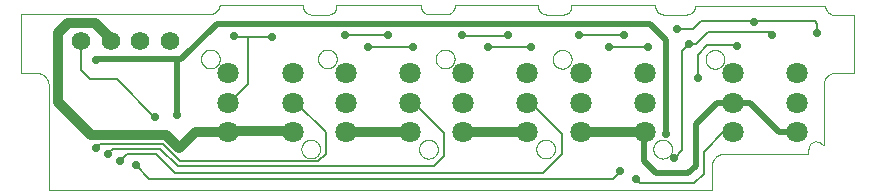
<source format=gbl>
G75*
%MOIN*%
%OFA0B0*%
%FSLAX25Y25*%
%IPPOS*%
%LPD*%
%AMOC8*
5,1,8,0,0,1.08239X$1,22.5*
%
%ADD10C,0.00394*%
%ADD11C,0.00000*%
%ADD12C,0.06142*%
%ADD13C,0.07087*%
%ADD14C,0.02781*%
%ADD15C,0.03200*%
%ADD16C,0.02000*%
%ADD17C,0.00800*%
D10*
X0010387Y0007469D02*
X0010387Y0042237D01*
X0010385Y0042365D01*
X0010379Y0042494D01*
X0010370Y0042622D01*
X0010356Y0042749D01*
X0010339Y0042877D01*
X0010317Y0043003D01*
X0010292Y0043129D01*
X0010263Y0043254D01*
X0010231Y0043379D01*
X0010195Y0043502D01*
X0010154Y0043624D01*
X0010111Y0043744D01*
X0010063Y0043864D01*
X0010012Y0043982D01*
X0009958Y0044098D01*
X0009900Y0044213D01*
X0009839Y0044325D01*
X0009774Y0044436D01*
X0009706Y0044545D01*
X0009635Y0044652D01*
X0009560Y0044756D01*
X0009482Y0044859D01*
X0009402Y0044959D01*
X0009318Y0045056D01*
X0009231Y0045151D01*
X0009142Y0045243D01*
X0009050Y0045332D01*
X0008955Y0045419D01*
X0008858Y0045503D01*
X0008758Y0045583D01*
X0008655Y0045661D01*
X0008551Y0045736D01*
X0008444Y0045807D01*
X0008335Y0045875D01*
X0008224Y0045940D01*
X0008112Y0046001D01*
X0007997Y0046059D01*
X0007881Y0046113D01*
X0007763Y0046164D01*
X0007643Y0046212D01*
X0007523Y0046255D01*
X0007401Y0046296D01*
X0007278Y0046332D01*
X0007153Y0046364D01*
X0007028Y0046393D01*
X0006902Y0046418D01*
X0006776Y0046440D01*
X0006648Y0046457D01*
X0006521Y0046471D01*
X0006393Y0046480D01*
X0006264Y0046486D01*
X0006136Y0046488D01*
X0001301Y0046488D01*
X0001301Y0065978D01*
X0063196Y0065978D01*
X0067377Y0068978D02*
X0095163Y0068939D01*
X0095164Y0068940D02*
X0095158Y0068835D01*
X0095157Y0068730D01*
X0095159Y0068625D01*
X0095166Y0068521D01*
X0095176Y0068416D01*
X0095190Y0068312D01*
X0095207Y0068209D01*
X0095229Y0068106D01*
X0095254Y0068004D01*
X0095282Y0067903D01*
X0095315Y0067804D01*
X0095351Y0067705D01*
X0095391Y0067608D01*
X0095434Y0067512D01*
X0095481Y0067418D01*
X0095531Y0067326D01*
X0095584Y0067236D01*
X0095641Y0067148D01*
X0095701Y0067061D01*
X0095764Y0066978D01*
X0095830Y0066896D01*
X0095899Y0066817D01*
X0095970Y0066740D01*
X0096045Y0066667D01*
X0096122Y0066595D01*
X0096202Y0066527D01*
X0096284Y0066462D01*
X0096368Y0066400D01*
X0096455Y0066341D01*
X0096544Y0066285D01*
X0096635Y0066232D01*
X0096727Y0066183D01*
X0096822Y0066137D01*
X0096918Y0066095D01*
X0097015Y0066056D01*
X0097114Y0066021D01*
X0097214Y0065989D01*
X0097315Y0065961D01*
X0097417Y0065937D01*
X0097520Y0065916D01*
X0097624Y0065900D01*
X0097728Y0065887D01*
X0097832Y0065878D01*
X0097832Y0065877D02*
X0103855Y0065877D01*
X0103855Y0065878D02*
X0103955Y0065887D01*
X0104054Y0065901D01*
X0104153Y0065918D01*
X0104251Y0065940D01*
X0104348Y0065965D01*
X0104444Y0065994D01*
X0104539Y0066027D01*
X0104632Y0066063D01*
X0104724Y0066103D01*
X0104814Y0066147D01*
X0104903Y0066194D01*
X0104989Y0066245D01*
X0105074Y0066298D01*
X0105156Y0066356D01*
X0105236Y0066416D01*
X0105314Y0066480D01*
X0105389Y0066546D01*
X0105461Y0066616D01*
X0105531Y0066688D01*
X0105598Y0066763D01*
X0105662Y0066840D01*
X0105722Y0066920D01*
X0105780Y0067002D01*
X0105834Y0067087D01*
X0105885Y0067173D01*
X0105932Y0067261D01*
X0105976Y0067352D01*
X0106016Y0067443D01*
X0106053Y0067537D01*
X0106086Y0067631D01*
X0106115Y0067727D01*
X0106141Y0067824D01*
X0106162Y0067922D01*
X0106180Y0068021D01*
X0106194Y0068120D01*
X0106204Y0068220D01*
X0106210Y0068320D01*
X0106212Y0068420D01*
X0106210Y0068521D01*
X0106204Y0068621D01*
X0106204Y0068620D02*
X0106204Y0068908D01*
X0134475Y0068908D01*
X0134470Y0068804D01*
X0134468Y0068700D01*
X0134470Y0068597D01*
X0134477Y0068493D01*
X0134487Y0068390D01*
X0134501Y0068287D01*
X0134518Y0068184D01*
X0134540Y0068083D01*
X0134565Y0067982D01*
X0134594Y0067883D01*
X0134627Y0067784D01*
X0134664Y0067687D01*
X0134704Y0067591D01*
X0134748Y0067497D01*
X0134795Y0067404D01*
X0134845Y0067314D01*
X0134899Y0067225D01*
X0134956Y0067138D01*
X0135017Y0067054D01*
X0135080Y0066972D01*
X0135147Y0066892D01*
X0135216Y0066815D01*
X0135289Y0066741D01*
X0135364Y0066669D01*
X0135441Y0066600D01*
X0135522Y0066534D01*
X0135604Y0066471D01*
X0135689Y0066411D01*
X0135776Y0066355D01*
X0135865Y0066302D01*
X0135956Y0066252D01*
X0136049Y0066205D01*
X0136144Y0066162D01*
X0136240Y0066123D01*
X0136337Y0066087D01*
X0136436Y0066055D01*
X0136536Y0066027D01*
X0136637Y0066002D01*
X0136738Y0065981D01*
X0136841Y0065964D01*
X0136944Y0065951D01*
X0137047Y0065942D01*
X0137047Y0065941D02*
X0142911Y0065941D01*
X0143018Y0065946D01*
X0143125Y0065955D01*
X0143232Y0065968D01*
X0143339Y0065985D01*
X0143444Y0066006D01*
X0143549Y0066030D01*
X0143653Y0066058D01*
X0143756Y0066090D01*
X0143857Y0066126D01*
X0143957Y0066166D01*
X0144056Y0066209D01*
X0144153Y0066256D01*
X0144248Y0066306D01*
X0144341Y0066360D01*
X0144433Y0066417D01*
X0144522Y0066477D01*
X0144609Y0066540D01*
X0144693Y0066607D01*
X0144775Y0066677D01*
X0144855Y0066749D01*
X0144931Y0066825D01*
X0145005Y0066903D01*
X0145076Y0066984D01*
X0145144Y0067068D01*
X0145209Y0067154D01*
X0145271Y0067242D01*
X0145329Y0067332D01*
X0145385Y0067425D01*
X0145436Y0067519D01*
X0145484Y0067615D01*
X0145529Y0067713D01*
X0145570Y0067813D01*
X0145608Y0067914D01*
X0145641Y0068016D01*
X0145671Y0068119D01*
X0145697Y0068224D01*
X0145720Y0068329D01*
X0145738Y0068435D01*
X0145753Y0068542D01*
X0145763Y0068649D01*
X0145770Y0068756D01*
X0145773Y0068864D01*
X0145772Y0068972D01*
X0145772Y0068971D02*
X0145772Y0069003D01*
X0152987Y0069003D01*
X0173476Y0069006D01*
X0173470Y0068899D01*
X0173469Y0068792D01*
X0173472Y0068685D01*
X0173478Y0068578D01*
X0173489Y0068471D01*
X0173503Y0068365D01*
X0173521Y0068260D01*
X0173543Y0068155D01*
X0173569Y0068051D01*
X0173598Y0067948D01*
X0173632Y0067846D01*
X0173669Y0067746D01*
X0173709Y0067646D01*
X0173754Y0067549D01*
X0173801Y0067453D01*
X0173853Y0067359D01*
X0173907Y0067267D01*
X0173965Y0067177D01*
X0174026Y0067089D01*
X0174091Y0067003D01*
X0174158Y0066920D01*
X0174229Y0066840D01*
X0174302Y0066762D01*
X0174378Y0066686D01*
X0174457Y0066614D01*
X0174539Y0066544D01*
X0174623Y0066478D01*
X0174709Y0066414D01*
X0174798Y0066354D01*
X0174888Y0066297D01*
X0174981Y0066244D01*
X0175076Y0066194D01*
X0175172Y0066147D01*
X0175270Y0066104D01*
X0175370Y0066064D01*
X0175471Y0066029D01*
X0175573Y0065996D01*
X0175676Y0065968D01*
X0175780Y0065943D01*
X0175885Y0065923D01*
X0175991Y0065906D01*
X0176097Y0065893D01*
X0176204Y0065884D01*
X0182026Y0065884D01*
X0182131Y0065893D01*
X0182236Y0065906D01*
X0182340Y0065924D01*
X0182443Y0065945D01*
X0182546Y0065970D01*
X0182647Y0065998D01*
X0182747Y0066031D01*
X0182847Y0066067D01*
X0182944Y0066107D01*
X0183040Y0066150D01*
X0183135Y0066197D01*
X0183227Y0066248D01*
X0183318Y0066302D01*
X0183407Y0066359D01*
X0183493Y0066420D01*
X0183577Y0066484D01*
X0183658Y0066551D01*
X0183737Y0066621D01*
X0183814Y0066693D01*
X0183887Y0066769D01*
X0183958Y0066847D01*
X0184026Y0066928D01*
X0184090Y0067012D01*
X0184152Y0067097D01*
X0184210Y0067185D01*
X0184265Y0067275D01*
X0184317Y0067367D01*
X0184365Y0067461D01*
X0184409Y0067557D01*
X0184450Y0067654D01*
X0184487Y0067753D01*
X0184521Y0067853D01*
X0184550Y0067954D01*
X0184576Y0068057D01*
X0184598Y0068160D01*
X0184616Y0068264D01*
X0184631Y0068368D01*
X0184641Y0068473D01*
X0184647Y0068579D01*
X0184650Y0068684D01*
X0184649Y0068789D01*
X0184643Y0068895D01*
X0184644Y0068895D02*
X0184644Y0068908D01*
X0212592Y0068908D01*
X0212587Y0068804D01*
X0212585Y0068701D01*
X0212587Y0068597D01*
X0212593Y0068493D01*
X0212603Y0068390D01*
X0212617Y0068287D01*
X0212634Y0068185D01*
X0212655Y0068083D01*
X0212680Y0067983D01*
X0212708Y0067883D01*
X0212741Y0067784D01*
X0212776Y0067687D01*
X0212815Y0067591D01*
X0212858Y0067496D01*
X0212904Y0067403D01*
X0212954Y0067312D01*
X0213006Y0067223D01*
X0213062Y0067135D01*
X0213121Y0067050D01*
X0213184Y0066967D01*
X0213249Y0066886D01*
X0213317Y0066808D01*
X0213388Y0066732D01*
X0213461Y0066659D01*
X0213538Y0066589D01*
X0213616Y0066521D01*
X0213698Y0066457D01*
X0213781Y0066395D01*
X0213867Y0066337D01*
X0213954Y0066281D01*
X0214044Y0066229D01*
X0214136Y0066180D01*
X0214229Y0066135D01*
X0214324Y0066093D01*
X0214420Y0066055D01*
X0214518Y0066020D01*
X0214617Y0065988D01*
X0214717Y0065961D01*
X0214818Y0065937D01*
X0214919Y0065916D01*
X0215022Y0065900D01*
X0215125Y0065887D01*
X0215228Y0065878D01*
X0215228Y0065877D02*
X0222977Y0065877D01*
X0223082Y0065879D01*
X0223188Y0065885D01*
X0223293Y0065894D01*
X0223397Y0065908D01*
X0223502Y0065925D01*
X0223605Y0065946D01*
X0223707Y0065971D01*
X0223809Y0065999D01*
X0223909Y0066032D01*
X0224009Y0066068D01*
X0224107Y0066107D01*
X0224203Y0066150D01*
X0224298Y0066197D01*
X0224390Y0066247D01*
X0224481Y0066300D01*
X0224571Y0066356D01*
X0224657Y0066416D01*
X0224742Y0066479D01*
X0224824Y0066545D01*
X0224904Y0066614D01*
X0224981Y0066686D01*
X0225056Y0066761D01*
X0225128Y0066838D01*
X0225197Y0066918D01*
X0225263Y0067000D01*
X0225326Y0067085D01*
X0225386Y0067171D01*
X0225442Y0067261D01*
X0225495Y0067352D01*
X0225545Y0067444D01*
X0225592Y0067539D01*
X0225635Y0067635D01*
X0225674Y0067733D01*
X0225710Y0067833D01*
X0225743Y0067933D01*
X0225771Y0068035D01*
X0225796Y0068137D01*
X0225817Y0068240D01*
X0225834Y0068345D01*
X0225848Y0068449D01*
X0225857Y0068554D01*
X0225863Y0068660D01*
X0225865Y0068765D01*
X0225865Y0068879D01*
X0269207Y0068879D01*
X0269208Y0068879D02*
X0269216Y0068764D01*
X0269228Y0068649D01*
X0269245Y0068534D01*
X0269265Y0068420D01*
X0269289Y0068307D01*
X0269316Y0068194D01*
X0269347Y0068083D01*
X0269382Y0067972D01*
X0269421Y0067863D01*
X0269464Y0067756D01*
X0269509Y0067649D01*
X0269559Y0067545D01*
X0269612Y0067442D01*
X0269668Y0067341D01*
X0269728Y0067241D01*
X0269791Y0067144D01*
X0269857Y0067049D01*
X0269926Y0066956D01*
X0269998Y0066866D01*
X0270074Y0066778D01*
X0270152Y0066693D01*
X0270233Y0066610D01*
X0270317Y0066530D01*
X0270403Y0066453D01*
X0270492Y0066379D01*
X0270583Y0066308D01*
X0270677Y0066240D01*
X0270773Y0066175D01*
X0270871Y0066113D01*
X0270971Y0066055D01*
X0271073Y0066000D01*
X0271177Y0065949D01*
X0271282Y0065901D01*
X0271389Y0065856D01*
X0271497Y0065815D01*
X0271607Y0065778D01*
X0271717Y0065744D01*
X0271829Y0065715D01*
X0271942Y0065688D01*
X0272056Y0065666D01*
X0272170Y0065648D01*
X0272285Y0065633D01*
X0272400Y0065622D01*
X0272516Y0065615D01*
X0272631Y0065612D01*
X0272747Y0065613D01*
X0272863Y0065618D01*
X0272862Y0065617D02*
X0278684Y0065617D01*
X0278684Y0046459D01*
X0272637Y0046459D01*
X0272516Y0046457D01*
X0272395Y0046451D01*
X0272274Y0046442D01*
X0272153Y0046429D01*
X0272033Y0046411D01*
X0271914Y0046391D01*
X0271795Y0046366D01*
X0271677Y0046338D01*
X0271560Y0046306D01*
X0271445Y0046270D01*
X0271330Y0046231D01*
X0271216Y0046188D01*
X0271104Y0046142D01*
X0270994Y0046092D01*
X0270885Y0046038D01*
X0270778Y0045982D01*
X0270673Y0045922D01*
X0270569Y0045858D01*
X0270468Y0045792D01*
X0270369Y0045722D01*
X0270272Y0045649D01*
X0270177Y0045573D01*
X0270085Y0045495D01*
X0269995Y0045413D01*
X0269908Y0045329D01*
X0269824Y0045242D01*
X0269742Y0045152D01*
X0269664Y0045060D01*
X0269588Y0044965D01*
X0269515Y0044868D01*
X0269445Y0044769D01*
X0269379Y0044668D01*
X0269315Y0044564D01*
X0269255Y0044459D01*
X0269199Y0044352D01*
X0269145Y0044243D01*
X0269095Y0044133D01*
X0269049Y0044021D01*
X0269006Y0043907D01*
X0268967Y0043792D01*
X0268931Y0043677D01*
X0268899Y0043560D01*
X0268871Y0043442D01*
X0268846Y0043323D01*
X0268826Y0043204D01*
X0268808Y0043084D01*
X0268795Y0042963D01*
X0268786Y0042842D01*
X0268780Y0042721D01*
X0268778Y0042600D01*
X0268778Y0022569D01*
X0268777Y0022569D02*
X0268775Y0022538D01*
X0268770Y0022508D01*
X0268762Y0022478D01*
X0268750Y0022450D01*
X0268735Y0022423D01*
X0268717Y0022398D01*
X0268696Y0022375D01*
X0268673Y0022354D01*
X0268648Y0022336D01*
X0268621Y0022321D01*
X0268593Y0022309D01*
X0268563Y0022301D01*
X0268533Y0022296D01*
X0268502Y0022294D01*
X0268502Y0022293D02*
X0268124Y0022671D01*
X0267597Y0023092D01*
X0267339Y0023259D01*
X0267191Y0023332D01*
X0266914Y0023462D01*
X0266582Y0023517D01*
X0266287Y0023591D01*
X0265955Y0023572D01*
X0265531Y0023498D01*
X0265180Y0023332D01*
X0264811Y0023111D01*
X0264516Y0022890D01*
X0264276Y0022687D01*
X0264055Y0022410D01*
X0263926Y0022151D01*
X0263797Y0021930D01*
X0263723Y0021653D01*
X0263668Y0021376D01*
X0263594Y0020823D01*
X0263612Y0020491D01*
X0263575Y0019993D01*
X0263575Y0019461D01*
X0235535Y0019461D01*
X0235535Y0019462D02*
X0235409Y0019460D01*
X0235283Y0019454D01*
X0235157Y0019445D01*
X0235032Y0019431D01*
X0234907Y0019414D01*
X0234783Y0019392D01*
X0234659Y0019367D01*
X0234537Y0019338D01*
X0234415Y0019306D01*
X0234294Y0019269D01*
X0234175Y0019229D01*
X0234056Y0019186D01*
X0233940Y0019138D01*
X0233824Y0019087D01*
X0233711Y0019033D01*
X0233599Y0018975D01*
X0233489Y0018914D01*
X0233380Y0018849D01*
X0233274Y0018781D01*
X0233170Y0018710D01*
X0233068Y0018635D01*
X0232969Y0018558D01*
X0232872Y0018477D01*
X0232778Y0018394D01*
X0232686Y0018307D01*
X0232597Y0018218D01*
X0232510Y0018126D01*
X0232427Y0018032D01*
X0232346Y0017935D01*
X0232269Y0017836D01*
X0232194Y0017734D01*
X0232123Y0017630D01*
X0232055Y0017524D01*
X0231990Y0017416D01*
X0231929Y0017305D01*
X0231871Y0017193D01*
X0231817Y0017080D01*
X0231766Y0016964D01*
X0231718Y0016848D01*
X0231675Y0016729D01*
X0231635Y0016610D01*
X0231598Y0016489D01*
X0231566Y0016367D01*
X0231537Y0016245D01*
X0231512Y0016121D01*
X0231490Y0015997D01*
X0231473Y0015872D01*
X0231459Y0015747D01*
X0231450Y0015621D01*
X0231444Y0015495D01*
X0231442Y0015369D01*
X0231443Y0015369D02*
X0231443Y0007469D01*
X0010387Y0007469D01*
X0063195Y0065977D02*
X0063313Y0065960D01*
X0063432Y0065946D01*
X0063550Y0065937D01*
X0063669Y0065931D01*
X0063788Y0065929D01*
X0063907Y0065931D01*
X0064026Y0065937D01*
X0064145Y0065947D01*
X0064263Y0065960D01*
X0064381Y0065978D01*
X0064498Y0065999D01*
X0064614Y0066025D01*
X0064730Y0066054D01*
X0064844Y0066086D01*
X0064958Y0066123D01*
X0065070Y0066163D01*
X0065181Y0066207D01*
X0065290Y0066254D01*
X0065397Y0066305D01*
X0065503Y0066360D01*
X0065607Y0066418D01*
X0065710Y0066479D01*
X0065810Y0066544D01*
X0065907Y0066611D01*
X0066003Y0066682D01*
X0066096Y0066756D01*
X0066187Y0066834D01*
X0066275Y0066914D01*
X0066361Y0066996D01*
X0066443Y0067082D01*
X0066523Y0067170D01*
X0066600Y0067261D01*
X0066674Y0067354D01*
X0066745Y0067450D01*
X0066813Y0067548D01*
X0066877Y0067648D01*
X0066939Y0067750D01*
X0066996Y0067855D01*
X0067051Y0067961D01*
X0067102Y0068068D01*
X0067149Y0068177D01*
X0067193Y0068288D01*
X0067233Y0068400D01*
X0067269Y0068514D01*
X0067302Y0068628D01*
X0067330Y0068744D01*
X0067356Y0068860D01*
X0067377Y0068977D01*
D11*
X0061160Y0051047D02*
X0061162Y0051159D01*
X0061168Y0051270D01*
X0061178Y0051382D01*
X0061192Y0051492D01*
X0061210Y0051603D01*
X0061232Y0051712D01*
X0061257Y0051821D01*
X0061287Y0051929D01*
X0061320Y0052035D01*
X0061357Y0052141D01*
X0061398Y0052245D01*
X0061443Y0052347D01*
X0061491Y0052448D01*
X0061543Y0052547D01*
X0061598Y0052644D01*
X0061657Y0052739D01*
X0061719Y0052832D01*
X0061784Y0052923D01*
X0061853Y0053011D01*
X0061925Y0053097D01*
X0061999Y0053180D01*
X0062077Y0053260D01*
X0062157Y0053338D01*
X0062240Y0053412D01*
X0062326Y0053484D01*
X0062414Y0053553D01*
X0062505Y0053618D01*
X0062598Y0053680D01*
X0062693Y0053739D01*
X0062790Y0053794D01*
X0062889Y0053846D01*
X0062990Y0053894D01*
X0063092Y0053939D01*
X0063196Y0053980D01*
X0063302Y0054017D01*
X0063408Y0054050D01*
X0063516Y0054080D01*
X0063625Y0054105D01*
X0063734Y0054127D01*
X0063845Y0054145D01*
X0063955Y0054159D01*
X0064067Y0054169D01*
X0064178Y0054175D01*
X0064290Y0054177D01*
X0064402Y0054175D01*
X0064513Y0054169D01*
X0064625Y0054159D01*
X0064735Y0054145D01*
X0064846Y0054127D01*
X0064955Y0054105D01*
X0065064Y0054080D01*
X0065172Y0054050D01*
X0065278Y0054017D01*
X0065384Y0053980D01*
X0065488Y0053939D01*
X0065590Y0053894D01*
X0065691Y0053846D01*
X0065790Y0053794D01*
X0065887Y0053739D01*
X0065982Y0053680D01*
X0066075Y0053618D01*
X0066166Y0053553D01*
X0066254Y0053484D01*
X0066340Y0053412D01*
X0066423Y0053338D01*
X0066503Y0053260D01*
X0066581Y0053180D01*
X0066655Y0053097D01*
X0066727Y0053011D01*
X0066796Y0052923D01*
X0066861Y0052832D01*
X0066923Y0052739D01*
X0066982Y0052644D01*
X0067037Y0052547D01*
X0067089Y0052448D01*
X0067137Y0052347D01*
X0067182Y0052245D01*
X0067223Y0052141D01*
X0067260Y0052035D01*
X0067293Y0051929D01*
X0067323Y0051821D01*
X0067348Y0051712D01*
X0067370Y0051603D01*
X0067388Y0051492D01*
X0067402Y0051382D01*
X0067412Y0051270D01*
X0067418Y0051159D01*
X0067420Y0051047D01*
X0067418Y0050935D01*
X0067412Y0050824D01*
X0067402Y0050712D01*
X0067388Y0050602D01*
X0067370Y0050491D01*
X0067348Y0050382D01*
X0067323Y0050273D01*
X0067293Y0050165D01*
X0067260Y0050059D01*
X0067223Y0049953D01*
X0067182Y0049849D01*
X0067137Y0049747D01*
X0067089Y0049646D01*
X0067037Y0049547D01*
X0066982Y0049450D01*
X0066923Y0049355D01*
X0066861Y0049262D01*
X0066796Y0049171D01*
X0066727Y0049083D01*
X0066655Y0048997D01*
X0066581Y0048914D01*
X0066503Y0048834D01*
X0066423Y0048756D01*
X0066340Y0048682D01*
X0066254Y0048610D01*
X0066166Y0048541D01*
X0066075Y0048476D01*
X0065982Y0048414D01*
X0065887Y0048355D01*
X0065790Y0048300D01*
X0065691Y0048248D01*
X0065590Y0048200D01*
X0065488Y0048155D01*
X0065384Y0048114D01*
X0065278Y0048077D01*
X0065172Y0048044D01*
X0065064Y0048014D01*
X0064955Y0047989D01*
X0064846Y0047967D01*
X0064735Y0047949D01*
X0064625Y0047935D01*
X0064513Y0047925D01*
X0064402Y0047919D01*
X0064290Y0047917D01*
X0064178Y0047919D01*
X0064067Y0047925D01*
X0063955Y0047935D01*
X0063845Y0047949D01*
X0063734Y0047967D01*
X0063625Y0047989D01*
X0063516Y0048014D01*
X0063408Y0048044D01*
X0063302Y0048077D01*
X0063196Y0048114D01*
X0063092Y0048155D01*
X0062990Y0048200D01*
X0062889Y0048248D01*
X0062790Y0048300D01*
X0062693Y0048355D01*
X0062598Y0048414D01*
X0062505Y0048476D01*
X0062414Y0048541D01*
X0062326Y0048610D01*
X0062240Y0048682D01*
X0062157Y0048756D01*
X0062077Y0048834D01*
X0061999Y0048914D01*
X0061925Y0048997D01*
X0061853Y0049083D01*
X0061784Y0049171D01*
X0061719Y0049262D01*
X0061657Y0049355D01*
X0061598Y0049450D01*
X0061543Y0049547D01*
X0061491Y0049646D01*
X0061443Y0049747D01*
X0061398Y0049849D01*
X0061357Y0049953D01*
X0061320Y0050059D01*
X0061287Y0050165D01*
X0061257Y0050273D01*
X0061232Y0050382D01*
X0061210Y0050491D01*
X0061192Y0050602D01*
X0061178Y0050712D01*
X0061168Y0050824D01*
X0061162Y0050935D01*
X0061160Y0051047D01*
X0100154Y0051073D02*
X0100156Y0051185D01*
X0100162Y0051296D01*
X0100172Y0051408D01*
X0100186Y0051518D01*
X0100204Y0051629D01*
X0100226Y0051738D01*
X0100251Y0051847D01*
X0100281Y0051955D01*
X0100314Y0052061D01*
X0100351Y0052167D01*
X0100392Y0052271D01*
X0100437Y0052373D01*
X0100485Y0052474D01*
X0100537Y0052573D01*
X0100592Y0052670D01*
X0100651Y0052765D01*
X0100713Y0052858D01*
X0100778Y0052949D01*
X0100847Y0053037D01*
X0100919Y0053123D01*
X0100993Y0053206D01*
X0101071Y0053286D01*
X0101151Y0053364D01*
X0101234Y0053438D01*
X0101320Y0053510D01*
X0101408Y0053579D01*
X0101499Y0053644D01*
X0101592Y0053706D01*
X0101687Y0053765D01*
X0101784Y0053820D01*
X0101883Y0053872D01*
X0101984Y0053920D01*
X0102086Y0053965D01*
X0102190Y0054006D01*
X0102296Y0054043D01*
X0102402Y0054076D01*
X0102510Y0054106D01*
X0102619Y0054131D01*
X0102728Y0054153D01*
X0102839Y0054171D01*
X0102949Y0054185D01*
X0103061Y0054195D01*
X0103172Y0054201D01*
X0103284Y0054203D01*
X0103396Y0054201D01*
X0103507Y0054195D01*
X0103619Y0054185D01*
X0103729Y0054171D01*
X0103840Y0054153D01*
X0103949Y0054131D01*
X0104058Y0054106D01*
X0104166Y0054076D01*
X0104272Y0054043D01*
X0104378Y0054006D01*
X0104482Y0053965D01*
X0104584Y0053920D01*
X0104685Y0053872D01*
X0104784Y0053820D01*
X0104881Y0053765D01*
X0104976Y0053706D01*
X0105069Y0053644D01*
X0105160Y0053579D01*
X0105248Y0053510D01*
X0105334Y0053438D01*
X0105417Y0053364D01*
X0105497Y0053286D01*
X0105575Y0053206D01*
X0105649Y0053123D01*
X0105721Y0053037D01*
X0105790Y0052949D01*
X0105855Y0052858D01*
X0105917Y0052765D01*
X0105976Y0052670D01*
X0106031Y0052573D01*
X0106083Y0052474D01*
X0106131Y0052373D01*
X0106176Y0052271D01*
X0106217Y0052167D01*
X0106254Y0052061D01*
X0106287Y0051955D01*
X0106317Y0051847D01*
X0106342Y0051738D01*
X0106364Y0051629D01*
X0106382Y0051518D01*
X0106396Y0051408D01*
X0106406Y0051296D01*
X0106412Y0051185D01*
X0106414Y0051073D01*
X0106412Y0050961D01*
X0106406Y0050850D01*
X0106396Y0050738D01*
X0106382Y0050628D01*
X0106364Y0050517D01*
X0106342Y0050408D01*
X0106317Y0050299D01*
X0106287Y0050191D01*
X0106254Y0050085D01*
X0106217Y0049979D01*
X0106176Y0049875D01*
X0106131Y0049773D01*
X0106083Y0049672D01*
X0106031Y0049573D01*
X0105976Y0049476D01*
X0105917Y0049381D01*
X0105855Y0049288D01*
X0105790Y0049197D01*
X0105721Y0049109D01*
X0105649Y0049023D01*
X0105575Y0048940D01*
X0105497Y0048860D01*
X0105417Y0048782D01*
X0105334Y0048708D01*
X0105248Y0048636D01*
X0105160Y0048567D01*
X0105069Y0048502D01*
X0104976Y0048440D01*
X0104881Y0048381D01*
X0104784Y0048326D01*
X0104685Y0048274D01*
X0104584Y0048226D01*
X0104482Y0048181D01*
X0104378Y0048140D01*
X0104272Y0048103D01*
X0104166Y0048070D01*
X0104058Y0048040D01*
X0103949Y0048015D01*
X0103840Y0047993D01*
X0103729Y0047975D01*
X0103619Y0047961D01*
X0103507Y0047951D01*
X0103396Y0047945D01*
X0103284Y0047943D01*
X0103172Y0047945D01*
X0103061Y0047951D01*
X0102949Y0047961D01*
X0102839Y0047975D01*
X0102728Y0047993D01*
X0102619Y0048015D01*
X0102510Y0048040D01*
X0102402Y0048070D01*
X0102296Y0048103D01*
X0102190Y0048140D01*
X0102086Y0048181D01*
X0101984Y0048226D01*
X0101883Y0048274D01*
X0101784Y0048326D01*
X0101687Y0048381D01*
X0101592Y0048440D01*
X0101499Y0048502D01*
X0101408Y0048567D01*
X0101320Y0048636D01*
X0101234Y0048708D01*
X0101151Y0048782D01*
X0101071Y0048860D01*
X0100993Y0048940D01*
X0100919Y0049023D01*
X0100847Y0049109D01*
X0100778Y0049197D01*
X0100713Y0049288D01*
X0100651Y0049381D01*
X0100592Y0049476D01*
X0100537Y0049573D01*
X0100485Y0049672D01*
X0100437Y0049773D01*
X0100392Y0049875D01*
X0100351Y0049979D01*
X0100314Y0050085D01*
X0100281Y0050191D01*
X0100251Y0050299D01*
X0100226Y0050408D01*
X0100204Y0050517D01*
X0100186Y0050628D01*
X0100172Y0050738D01*
X0100162Y0050850D01*
X0100156Y0050961D01*
X0100154Y0051073D01*
X0139408Y0051056D02*
X0139410Y0051168D01*
X0139416Y0051279D01*
X0139426Y0051391D01*
X0139440Y0051501D01*
X0139458Y0051612D01*
X0139480Y0051721D01*
X0139505Y0051830D01*
X0139535Y0051938D01*
X0139568Y0052044D01*
X0139605Y0052150D01*
X0139646Y0052254D01*
X0139691Y0052356D01*
X0139739Y0052457D01*
X0139791Y0052556D01*
X0139846Y0052653D01*
X0139905Y0052748D01*
X0139967Y0052841D01*
X0140032Y0052932D01*
X0140101Y0053020D01*
X0140173Y0053106D01*
X0140247Y0053189D01*
X0140325Y0053269D01*
X0140405Y0053347D01*
X0140488Y0053421D01*
X0140574Y0053493D01*
X0140662Y0053562D01*
X0140753Y0053627D01*
X0140846Y0053689D01*
X0140941Y0053748D01*
X0141038Y0053803D01*
X0141137Y0053855D01*
X0141238Y0053903D01*
X0141340Y0053948D01*
X0141444Y0053989D01*
X0141550Y0054026D01*
X0141656Y0054059D01*
X0141764Y0054089D01*
X0141873Y0054114D01*
X0141982Y0054136D01*
X0142093Y0054154D01*
X0142203Y0054168D01*
X0142315Y0054178D01*
X0142426Y0054184D01*
X0142538Y0054186D01*
X0142650Y0054184D01*
X0142761Y0054178D01*
X0142873Y0054168D01*
X0142983Y0054154D01*
X0143094Y0054136D01*
X0143203Y0054114D01*
X0143312Y0054089D01*
X0143420Y0054059D01*
X0143526Y0054026D01*
X0143632Y0053989D01*
X0143736Y0053948D01*
X0143838Y0053903D01*
X0143939Y0053855D01*
X0144038Y0053803D01*
X0144135Y0053748D01*
X0144230Y0053689D01*
X0144323Y0053627D01*
X0144414Y0053562D01*
X0144502Y0053493D01*
X0144588Y0053421D01*
X0144671Y0053347D01*
X0144751Y0053269D01*
X0144829Y0053189D01*
X0144903Y0053106D01*
X0144975Y0053020D01*
X0145044Y0052932D01*
X0145109Y0052841D01*
X0145171Y0052748D01*
X0145230Y0052653D01*
X0145285Y0052556D01*
X0145337Y0052457D01*
X0145385Y0052356D01*
X0145430Y0052254D01*
X0145471Y0052150D01*
X0145508Y0052044D01*
X0145541Y0051938D01*
X0145571Y0051830D01*
X0145596Y0051721D01*
X0145618Y0051612D01*
X0145636Y0051501D01*
X0145650Y0051391D01*
X0145660Y0051279D01*
X0145666Y0051168D01*
X0145668Y0051056D01*
X0145666Y0050944D01*
X0145660Y0050833D01*
X0145650Y0050721D01*
X0145636Y0050611D01*
X0145618Y0050500D01*
X0145596Y0050391D01*
X0145571Y0050282D01*
X0145541Y0050174D01*
X0145508Y0050068D01*
X0145471Y0049962D01*
X0145430Y0049858D01*
X0145385Y0049756D01*
X0145337Y0049655D01*
X0145285Y0049556D01*
X0145230Y0049459D01*
X0145171Y0049364D01*
X0145109Y0049271D01*
X0145044Y0049180D01*
X0144975Y0049092D01*
X0144903Y0049006D01*
X0144829Y0048923D01*
X0144751Y0048843D01*
X0144671Y0048765D01*
X0144588Y0048691D01*
X0144502Y0048619D01*
X0144414Y0048550D01*
X0144323Y0048485D01*
X0144230Y0048423D01*
X0144135Y0048364D01*
X0144038Y0048309D01*
X0143939Y0048257D01*
X0143838Y0048209D01*
X0143736Y0048164D01*
X0143632Y0048123D01*
X0143526Y0048086D01*
X0143420Y0048053D01*
X0143312Y0048023D01*
X0143203Y0047998D01*
X0143094Y0047976D01*
X0142983Y0047958D01*
X0142873Y0047944D01*
X0142761Y0047934D01*
X0142650Y0047928D01*
X0142538Y0047926D01*
X0142426Y0047928D01*
X0142315Y0047934D01*
X0142203Y0047944D01*
X0142093Y0047958D01*
X0141982Y0047976D01*
X0141873Y0047998D01*
X0141764Y0048023D01*
X0141656Y0048053D01*
X0141550Y0048086D01*
X0141444Y0048123D01*
X0141340Y0048164D01*
X0141238Y0048209D01*
X0141137Y0048257D01*
X0141038Y0048309D01*
X0140941Y0048364D01*
X0140846Y0048423D01*
X0140753Y0048485D01*
X0140662Y0048550D01*
X0140574Y0048619D01*
X0140488Y0048691D01*
X0140405Y0048765D01*
X0140325Y0048843D01*
X0140247Y0048923D01*
X0140173Y0049006D01*
X0140101Y0049092D01*
X0140032Y0049180D01*
X0139967Y0049271D01*
X0139905Y0049364D01*
X0139846Y0049459D01*
X0139791Y0049556D01*
X0139739Y0049655D01*
X0139691Y0049756D01*
X0139646Y0049858D01*
X0139605Y0049962D01*
X0139568Y0050068D01*
X0139535Y0050174D01*
X0139505Y0050282D01*
X0139480Y0050391D01*
X0139458Y0050500D01*
X0139440Y0050611D01*
X0139426Y0050721D01*
X0139416Y0050833D01*
X0139410Y0050944D01*
X0139408Y0051056D01*
X0178417Y0050976D02*
X0178419Y0051088D01*
X0178425Y0051199D01*
X0178435Y0051311D01*
X0178449Y0051421D01*
X0178467Y0051532D01*
X0178489Y0051641D01*
X0178514Y0051750D01*
X0178544Y0051858D01*
X0178577Y0051964D01*
X0178614Y0052070D01*
X0178655Y0052174D01*
X0178700Y0052276D01*
X0178748Y0052377D01*
X0178800Y0052476D01*
X0178855Y0052573D01*
X0178914Y0052668D01*
X0178976Y0052761D01*
X0179041Y0052852D01*
X0179110Y0052940D01*
X0179182Y0053026D01*
X0179256Y0053109D01*
X0179334Y0053189D01*
X0179414Y0053267D01*
X0179497Y0053341D01*
X0179583Y0053413D01*
X0179671Y0053482D01*
X0179762Y0053547D01*
X0179855Y0053609D01*
X0179950Y0053668D01*
X0180047Y0053723D01*
X0180146Y0053775D01*
X0180247Y0053823D01*
X0180349Y0053868D01*
X0180453Y0053909D01*
X0180559Y0053946D01*
X0180665Y0053979D01*
X0180773Y0054009D01*
X0180882Y0054034D01*
X0180991Y0054056D01*
X0181102Y0054074D01*
X0181212Y0054088D01*
X0181324Y0054098D01*
X0181435Y0054104D01*
X0181547Y0054106D01*
X0181659Y0054104D01*
X0181770Y0054098D01*
X0181882Y0054088D01*
X0181992Y0054074D01*
X0182103Y0054056D01*
X0182212Y0054034D01*
X0182321Y0054009D01*
X0182429Y0053979D01*
X0182535Y0053946D01*
X0182641Y0053909D01*
X0182745Y0053868D01*
X0182847Y0053823D01*
X0182948Y0053775D01*
X0183047Y0053723D01*
X0183144Y0053668D01*
X0183239Y0053609D01*
X0183332Y0053547D01*
X0183423Y0053482D01*
X0183511Y0053413D01*
X0183597Y0053341D01*
X0183680Y0053267D01*
X0183760Y0053189D01*
X0183838Y0053109D01*
X0183912Y0053026D01*
X0183984Y0052940D01*
X0184053Y0052852D01*
X0184118Y0052761D01*
X0184180Y0052668D01*
X0184239Y0052573D01*
X0184294Y0052476D01*
X0184346Y0052377D01*
X0184394Y0052276D01*
X0184439Y0052174D01*
X0184480Y0052070D01*
X0184517Y0051964D01*
X0184550Y0051858D01*
X0184580Y0051750D01*
X0184605Y0051641D01*
X0184627Y0051532D01*
X0184645Y0051421D01*
X0184659Y0051311D01*
X0184669Y0051199D01*
X0184675Y0051088D01*
X0184677Y0050976D01*
X0184675Y0050864D01*
X0184669Y0050753D01*
X0184659Y0050641D01*
X0184645Y0050531D01*
X0184627Y0050420D01*
X0184605Y0050311D01*
X0184580Y0050202D01*
X0184550Y0050094D01*
X0184517Y0049988D01*
X0184480Y0049882D01*
X0184439Y0049778D01*
X0184394Y0049676D01*
X0184346Y0049575D01*
X0184294Y0049476D01*
X0184239Y0049379D01*
X0184180Y0049284D01*
X0184118Y0049191D01*
X0184053Y0049100D01*
X0183984Y0049012D01*
X0183912Y0048926D01*
X0183838Y0048843D01*
X0183760Y0048763D01*
X0183680Y0048685D01*
X0183597Y0048611D01*
X0183511Y0048539D01*
X0183423Y0048470D01*
X0183332Y0048405D01*
X0183239Y0048343D01*
X0183144Y0048284D01*
X0183047Y0048229D01*
X0182948Y0048177D01*
X0182847Y0048129D01*
X0182745Y0048084D01*
X0182641Y0048043D01*
X0182535Y0048006D01*
X0182429Y0047973D01*
X0182321Y0047943D01*
X0182212Y0047918D01*
X0182103Y0047896D01*
X0181992Y0047878D01*
X0181882Y0047864D01*
X0181770Y0047854D01*
X0181659Y0047848D01*
X0181547Y0047846D01*
X0181435Y0047848D01*
X0181324Y0047854D01*
X0181212Y0047864D01*
X0181102Y0047878D01*
X0180991Y0047896D01*
X0180882Y0047918D01*
X0180773Y0047943D01*
X0180665Y0047973D01*
X0180559Y0048006D01*
X0180453Y0048043D01*
X0180349Y0048084D01*
X0180247Y0048129D01*
X0180146Y0048177D01*
X0180047Y0048229D01*
X0179950Y0048284D01*
X0179855Y0048343D01*
X0179762Y0048405D01*
X0179671Y0048470D01*
X0179583Y0048539D01*
X0179497Y0048611D01*
X0179414Y0048685D01*
X0179334Y0048763D01*
X0179256Y0048843D01*
X0179182Y0048926D01*
X0179110Y0049012D01*
X0179041Y0049100D01*
X0178976Y0049191D01*
X0178914Y0049284D01*
X0178855Y0049379D01*
X0178800Y0049476D01*
X0178748Y0049575D01*
X0178700Y0049676D01*
X0178655Y0049778D01*
X0178614Y0049882D01*
X0178577Y0049988D01*
X0178544Y0050094D01*
X0178514Y0050202D01*
X0178489Y0050311D01*
X0178467Y0050420D01*
X0178449Y0050531D01*
X0178435Y0050641D01*
X0178425Y0050753D01*
X0178419Y0050864D01*
X0178417Y0050976D01*
X0229346Y0050944D02*
X0229348Y0051056D01*
X0229354Y0051167D01*
X0229364Y0051279D01*
X0229378Y0051389D01*
X0229396Y0051500D01*
X0229418Y0051609D01*
X0229443Y0051718D01*
X0229473Y0051826D01*
X0229506Y0051932D01*
X0229543Y0052038D01*
X0229584Y0052142D01*
X0229629Y0052244D01*
X0229677Y0052345D01*
X0229729Y0052444D01*
X0229784Y0052541D01*
X0229843Y0052636D01*
X0229905Y0052729D01*
X0229970Y0052820D01*
X0230039Y0052908D01*
X0230111Y0052994D01*
X0230185Y0053077D01*
X0230263Y0053157D01*
X0230343Y0053235D01*
X0230426Y0053309D01*
X0230512Y0053381D01*
X0230600Y0053450D01*
X0230691Y0053515D01*
X0230784Y0053577D01*
X0230879Y0053636D01*
X0230976Y0053691D01*
X0231075Y0053743D01*
X0231176Y0053791D01*
X0231278Y0053836D01*
X0231382Y0053877D01*
X0231488Y0053914D01*
X0231594Y0053947D01*
X0231702Y0053977D01*
X0231811Y0054002D01*
X0231920Y0054024D01*
X0232031Y0054042D01*
X0232141Y0054056D01*
X0232253Y0054066D01*
X0232364Y0054072D01*
X0232476Y0054074D01*
X0232588Y0054072D01*
X0232699Y0054066D01*
X0232811Y0054056D01*
X0232921Y0054042D01*
X0233032Y0054024D01*
X0233141Y0054002D01*
X0233250Y0053977D01*
X0233358Y0053947D01*
X0233464Y0053914D01*
X0233570Y0053877D01*
X0233674Y0053836D01*
X0233776Y0053791D01*
X0233877Y0053743D01*
X0233976Y0053691D01*
X0234073Y0053636D01*
X0234168Y0053577D01*
X0234261Y0053515D01*
X0234352Y0053450D01*
X0234440Y0053381D01*
X0234526Y0053309D01*
X0234609Y0053235D01*
X0234689Y0053157D01*
X0234767Y0053077D01*
X0234841Y0052994D01*
X0234913Y0052908D01*
X0234982Y0052820D01*
X0235047Y0052729D01*
X0235109Y0052636D01*
X0235168Y0052541D01*
X0235223Y0052444D01*
X0235275Y0052345D01*
X0235323Y0052244D01*
X0235368Y0052142D01*
X0235409Y0052038D01*
X0235446Y0051932D01*
X0235479Y0051826D01*
X0235509Y0051718D01*
X0235534Y0051609D01*
X0235556Y0051500D01*
X0235574Y0051389D01*
X0235588Y0051279D01*
X0235598Y0051167D01*
X0235604Y0051056D01*
X0235606Y0050944D01*
X0235604Y0050832D01*
X0235598Y0050721D01*
X0235588Y0050609D01*
X0235574Y0050499D01*
X0235556Y0050388D01*
X0235534Y0050279D01*
X0235509Y0050170D01*
X0235479Y0050062D01*
X0235446Y0049956D01*
X0235409Y0049850D01*
X0235368Y0049746D01*
X0235323Y0049644D01*
X0235275Y0049543D01*
X0235223Y0049444D01*
X0235168Y0049347D01*
X0235109Y0049252D01*
X0235047Y0049159D01*
X0234982Y0049068D01*
X0234913Y0048980D01*
X0234841Y0048894D01*
X0234767Y0048811D01*
X0234689Y0048731D01*
X0234609Y0048653D01*
X0234526Y0048579D01*
X0234440Y0048507D01*
X0234352Y0048438D01*
X0234261Y0048373D01*
X0234168Y0048311D01*
X0234073Y0048252D01*
X0233976Y0048197D01*
X0233877Y0048145D01*
X0233776Y0048097D01*
X0233674Y0048052D01*
X0233570Y0048011D01*
X0233464Y0047974D01*
X0233358Y0047941D01*
X0233250Y0047911D01*
X0233141Y0047886D01*
X0233032Y0047864D01*
X0232921Y0047846D01*
X0232811Y0047832D01*
X0232699Y0047822D01*
X0232588Y0047816D01*
X0232476Y0047814D01*
X0232364Y0047816D01*
X0232253Y0047822D01*
X0232141Y0047832D01*
X0232031Y0047846D01*
X0231920Y0047864D01*
X0231811Y0047886D01*
X0231702Y0047911D01*
X0231594Y0047941D01*
X0231488Y0047974D01*
X0231382Y0048011D01*
X0231278Y0048052D01*
X0231176Y0048097D01*
X0231075Y0048145D01*
X0230976Y0048197D01*
X0230879Y0048252D01*
X0230784Y0048311D01*
X0230691Y0048373D01*
X0230600Y0048438D01*
X0230512Y0048507D01*
X0230426Y0048579D01*
X0230343Y0048653D01*
X0230263Y0048731D01*
X0230185Y0048811D01*
X0230111Y0048894D01*
X0230039Y0048980D01*
X0229970Y0049068D01*
X0229905Y0049159D01*
X0229843Y0049252D01*
X0229784Y0049347D01*
X0229729Y0049444D01*
X0229677Y0049543D01*
X0229629Y0049644D01*
X0229584Y0049746D01*
X0229543Y0049850D01*
X0229506Y0049956D01*
X0229473Y0050062D01*
X0229443Y0050170D01*
X0229418Y0050279D01*
X0229396Y0050388D01*
X0229378Y0050499D01*
X0229364Y0050609D01*
X0229354Y0050721D01*
X0229348Y0050832D01*
X0229346Y0050944D01*
X0211936Y0021001D02*
X0211938Y0021113D01*
X0211944Y0021224D01*
X0211954Y0021336D01*
X0211968Y0021446D01*
X0211986Y0021557D01*
X0212008Y0021666D01*
X0212033Y0021775D01*
X0212063Y0021883D01*
X0212096Y0021989D01*
X0212133Y0022095D01*
X0212174Y0022199D01*
X0212219Y0022301D01*
X0212267Y0022402D01*
X0212319Y0022501D01*
X0212374Y0022598D01*
X0212433Y0022693D01*
X0212495Y0022786D01*
X0212560Y0022877D01*
X0212629Y0022965D01*
X0212701Y0023051D01*
X0212775Y0023134D01*
X0212853Y0023214D01*
X0212933Y0023292D01*
X0213016Y0023366D01*
X0213102Y0023438D01*
X0213190Y0023507D01*
X0213281Y0023572D01*
X0213374Y0023634D01*
X0213469Y0023693D01*
X0213566Y0023748D01*
X0213665Y0023800D01*
X0213766Y0023848D01*
X0213868Y0023893D01*
X0213972Y0023934D01*
X0214078Y0023971D01*
X0214184Y0024004D01*
X0214292Y0024034D01*
X0214401Y0024059D01*
X0214510Y0024081D01*
X0214621Y0024099D01*
X0214731Y0024113D01*
X0214843Y0024123D01*
X0214954Y0024129D01*
X0215066Y0024131D01*
X0215178Y0024129D01*
X0215289Y0024123D01*
X0215401Y0024113D01*
X0215511Y0024099D01*
X0215622Y0024081D01*
X0215731Y0024059D01*
X0215840Y0024034D01*
X0215948Y0024004D01*
X0216054Y0023971D01*
X0216160Y0023934D01*
X0216264Y0023893D01*
X0216366Y0023848D01*
X0216467Y0023800D01*
X0216566Y0023748D01*
X0216663Y0023693D01*
X0216758Y0023634D01*
X0216851Y0023572D01*
X0216942Y0023507D01*
X0217030Y0023438D01*
X0217116Y0023366D01*
X0217199Y0023292D01*
X0217279Y0023214D01*
X0217357Y0023134D01*
X0217431Y0023051D01*
X0217503Y0022965D01*
X0217572Y0022877D01*
X0217637Y0022786D01*
X0217699Y0022693D01*
X0217758Y0022598D01*
X0217813Y0022501D01*
X0217865Y0022402D01*
X0217913Y0022301D01*
X0217958Y0022199D01*
X0217999Y0022095D01*
X0218036Y0021989D01*
X0218069Y0021883D01*
X0218099Y0021775D01*
X0218124Y0021666D01*
X0218146Y0021557D01*
X0218164Y0021446D01*
X0218178Y0021336D01*
X0218188Y0021224D01*
X0218194Y0021113D01*
X0218196Y0021001D01*
X0218194Y0020889D01*
X0218188Y0020778D01*
X0218178Y0020666D01*
X0218164Y0020556D01*
X0218146Y0020445D01*
X0218124Y0020336D01*
X0218099Y0020227D01*
X0218069Y0020119D01*
X0218036Y0020013D01*
X0217999Y0019907D01*
X0217958Y0019803D01*
X0217913Y0019701D01*
X0217865Y0019600D01*
X0217813Y0019501D01*
X0217758Y0019404D01*
X0217699Y0019309D01*
X0217637Y0019216D01*
X0217572Y0019125D01*
X0217503Y0019037D01*
X0217431Y0018951D01*
X0217357Y0018868D01*
X0217279Y0018788D01*
X0217199Y0018710D01*
X0217116Y0018636D01*
X0217030Y0018564D01*
X0216942Y0018495D01*
X0216851Y0018430D01*
X0216758Y0018368D01*
X0216663Y0018309D01*
X0216566Y0018254D01*
X0216467Y0018202D01*
X0216366Y0018154D01*
X0216264Y0018109D01*
X0216160Y0018068D01*
X0216054Y0018031D01*
X0215948Y0017998D01*
X0215840Y0017968D01*
X0215731Y0017943D01*
X0215622Y0017921D01*
X0215511Y0017903D01*
X0215401Y0017889D01*
X0215289Y0017879D01*
X0215178Y0017873D01*
X0215066Y0017871D01*
X0214954Y0017873D01*
X0214843Y0017879D01*
X0214731Y0017889D01*
X0214621Y0017903D01*
X0214510Y0017921D01*
X0214401Y0017943D01*
X0214292Y0017968D01*
X0214184Y0017998D01*
X0214078Y0018031D01*
X0213972Y0018068D01*
X0213868Y0018109D01*
X0213766Y0018154D01*
X0213665Y0018202D01*
X0213566Y0018254D01*
X0213469Y0018309D01*
X0213374Y0018368D01*
X0213281Y0018430D01*
X0213190Y0018495D01*
X0213102Y0018564D01*
X0213016Y0018636D01*
X0212933Y0018710D01*
X0212853Y0018788D01*
X0212775Y0018868D01*
X0212701Y0018951D01*
X0212629Y0019037D01*
X0212560Y0019125D01*
X0212495Y0019216D01*
X0212433Y0019309D01*
X0212374Y0019404D01*
X0212319Y0019501D01*
X0212267Y0019600D01*
X0212219Y0019701D01*
X0212174Y0019803D01*
X0212133Y0019907D01*
X0212096Y0020013D01*
X0212063Y0020119D01*
X0212033Y0020227D01*
X0212008Y0020336D01*
X0211986Y0020445D01*
X0211968Y0020556D01*
X0211954Y0020666D01*
X0211944Y0020778D01*
X0211938Y0020889D01*
X0211936Y0021001D01*
X0172919Y0021028D02*
X0172921Y0021140D01*
X0172927Y0021251D01*
X0172937Y0021363D01*
X0172951Y0021473D01*
X0172969Y0021584D01*
X0172991Y0021693D01*
X0173016Y0021802D01*
X0173046Y0021910D01*
X0173079Y0022016D01*
X0173116Y0022122D01*
X0173157Y0022226D01*
X0173202Y0022328D01*
X0173250Y0022429D01*
X0173302Y0022528D01*
X0173357Y0022625D01*
X0173416Y0022720D01*
X0173478Y0022813D01*
X0173543Y0022904D01*
X0173612Y0022992D01*
X0173684Y0023078D01*
X0173758Y0023161D01*
X0173836Y0023241D01*
X0173916Y0023319D01*
X0173999Y0023393D01*
X0174085Y0023465D01*
X0174173Y0023534D01*
X0174264Y0023599D01*
X0174357Y0023661D01*
X0174452Y0023720D01*
X0174549Y0023775D01*
X0174648Y0023827D01*
X0174749Y0023875D01*
X0174851Y0023920D01*
X0174955Y0023961D01*
X0175061Y0023998D01*
X0175167Y0024031D01*
X0175275Y0024061D01*
X0175384Y0024086D01*
X0175493Y0024108D01*
X0175604Y0024126D01*
X0175714Y0024140D01*
X0175826Y0024150D01*
X0175937Y0024156D01*
X0176049Y0024158D01*
X0176161Y0024156D01*
X0176272Y0024150D01*
X0176384Y0024140D01*
X0176494Y0024126D01*
X0176605Y0024108D01*
X0176714Y0024086D01*
X0176823Y0024061D01*
X0176931Y0024031D01*
X0177037Y0023998D01*
X0177143Y0023961D01*
X0177247Y0023920D01*
X0177349Y0023875D01*
X0177450Y0023827D01*
X0177549Y0023775D01*
X0177646Y0023720D01*
X0177741Y0023661D01*
X0177834Y0023599D01*
X0177925Y0023534D01*
X0178013Y0023465D01*
X0178099Y0023393D01*
X0178182Y0023319D01*
X0178262Y0023241D01*
X0178340Y0023161D01*
X0178414Y0023078D01*
X0178486Y0022992D01*
X0178555Y0022904D01*
X0178620Y0022813D01*
X0178682Y0022720D01*
X0178741Y0022625D01*
X0178796Y0022528D01*
X0178848Y0022429D01*
X0178896Y0022328D01*
X0178941Y0022226D01*
X0178982Y0022122D01*
X0179019Y0022016D01*
X0179052Y0021910D01*
X0179082Y0021802D01*
X0179107Y0021693D01*
X0179129Y0021584D01*
X0179147Y0021473D01*
X0179161Y0021363D01*
X0179171Y0021251D01*
X0179177Y0021140D01*
X0179179Y0021028D01*
X0179177Y0020916D01*
X0179171Y0020805D01*
X0179161Y0020693D01*
X0179147Y0020583D01*
X0179129Y0020472D01*
X0179107Y0020363D01*
X0179082Y0020254D01*
X0179052Y0020146D01*
X0179019Y0020040D01*
X0178982Y0019934D01*
X0178941Y0019830D01*
X0178896Y0019728D01*
X0178848Y0019627D01*
X0178796Y0019528D01*
X0178741Y0019431D01*
X0178682Y0019336D01*
X0178620Y0019243D01*
X0178555Y0019152D01*
X0178486Y0019064D01*
X0178414Y0018978D01*
X0178340Y0018895D01*
X0178262Y0018815D01*
X0178182Y0018737D01*
X0178099Y0018663D01*
X0178013Y0018591D01*
X0177925Y0018522D01*
X0177834Y0018457D01*
X0177741Y0018395D01*
X0177646Y0018336D01*
X0177549Y0018281D01*
X0177450Y0018229D01*
X0177349Y0018181D01*
X0177247Y0018136D01*
X0177143Y0018095D01*
X0177037Y0018058D01*
X0176931Y0018025D01*
X0176823Y0017995D01*
X0176714Y0017970D01*
X0176605Y0017948D01*
X0176494Y0017930D01*
X0176384Y0017916D01*
X0176272Y0017906D01*
X0176161Y0017900D01*
X0176049Y0017898D01*
X0175937Y0017900D01*
X0175826Y0017906D01*
X0175714Y0017916D01*
X0175604Y0017930D01*
X0175493Y0017948D01*
X0175384Y0017970D01*
X0175275Y0017995D01*
X0175167Y0018025D01*
X0175061Y0018058D01*
X0174955Y0018095D01*
X0174851Y0018136D01*
X0174749Y0018181D01*
X0174648Y0018229D01*
X0174549Y0018281D01*
X0174452Y0018336D01*
X0174357Y0018395D01*
X0174264Y0018457D01*
X0174173Y0018522D01*
X0174085Y0018591D01*
X0173999Y0018663D01*
X0173916Y0018737D01*
X0173836Y0018815D01*
X0173758Y0018895D01*
X0173684Y0018978D01*
X0173612Y0019064D01*
X0173543Y0019152D01*
X0173478Y0019243D01*
X0173416Y0019336D01*
X0173357Y0019431D01*
X0173302Y0019528D01*
X0173250Y0019627D01*
X0173202Y0019728D01*
X0173157Y0019830D01*
X0173116Y0019934D01*
X0173079Y0020040D01*
X0173046Y0020146D01*
X0173016Y0020254D01*
X0172991Y0020363D01*
X0172969Y0020472D01*
X0172951Y0020583D01*
X0172937Y0020693D01*
X0172927Y0020805D01*
X0172921Y0020916D01*
X0172919Y0021028D01*
X0133831Y0020990D02*
X0133833Y0021102D01*
X0133839Y0021213D01*
X0133849Y0021325D01*
X0133863Y0021435D01*
X0133881Y0021546D01*
X0133903Y0021655D01*
X0133928Y0021764D01*
X0133958Y0021872D01*
X0133991Y0021978D01*
X0134028Y0022084D01*
X0134069Y0022188D01*
X0134114Y0022290D01*
X0134162Y0022391D01*
X0134214Y0022490D01*
X0134269Y0022587D01*
X0134328Y0022682D01*
X0134390Y0022775D01*
X0134455Y0022866D01*
X0134524Y0022954D01*
X0134596Y0023040D01*
X0134670Y0023123D01*
X0134748Y0023203D01*
X0134828Y0023281D01*
X0134911Y0023355D01*
X0134997Y0023427D01*
X0135085Y0023496D01*
X0135176Y0023561D01*
X0135269Y0023623D01*
X0135364Y0023682D01*
X0135461Y0023737D01*
X0135560Y0023789D01*
X0135661Y0023837D01*
X0135763Y0023882D01*
X0135867Y0023923D01*
X0135973Y0023960D01*
X0136079Y0023993D01*
X0136187Y0024023D01*
X0136296Y0024048D01*
X0136405Y0024070D01*
X0136516Y0024088D01*
X0136626Y0024102D01*
X0136738Y0024112D01*
X0136849Y0024118D01*
X0136961Y0024120D01*
X0137073Y0024118D01*
X0137184Y0024112D01*
X0137296Y0024102D01*
X0137406Y0024088D01*
X0137517Y0024070D01*
X0137626Y0024048D01*
X0137735Y0024023D01*
X0137843Y0023993D01*
X0137949Y0023960D01*
X0138055Y0023923D01*
X0138159Y0023882D01*
X0138261Y0023837D01*
X0138362Y0023789D01*
X0138461Y0023737D01*
X0138558Y0023682D01*
X0138653Y0023623D01*
X0138746Y0023561D01*
X0138837Y0023496D01*
X0138925Y0023427D01*
X0139011Y0023355D01*
X0139094Y0023281D01*
X0139174Y0023203D01*
X0139252Y0023123D01*
X0139326Y0023040D01*
X0139398Y0022954D01*
X0139467Y0022866D01*
X0139532Y0022775D01*
X0139594Y0022682D01*
X0139653Y0022587D01*
X0139708Y0022490D01*
X0139760Y0022391D01*
X0139808Y0022290D01*
X0139853Y0022188D01*
X0139894Y0022084D01*
X0139931Y0021978D01*
X0139964Y0021872D01*
X0139994Y0021764D01*
X0140019Y0021655D01*
X0140041Y0021546D01*
X0140059Y0021435D01*
X0140073Y0021325D01*
X0140083Y0021213D01*
X0140089Y0021102D01*
X0140091Y0020990D01*
X0140089Y0020878D01*
X0140083Y0020767D01*
X0140073Y0020655D01*
X0140059Y0020545D01*
X0140041Y0020434D01*
X0140019Y0020325D01*
X0139994Y0020216D01*
X0139964Y0020108D01*
X0139931Y0020002D01*
X0139894Y0019896D01*
X0139853Y0019792D01*
X0139808Y0019690D01*
X0139760Y0019589D01*
X0139708Y0019490D01*
X0139653Y0019393D01*
X0139594Y0019298D01*
X0139532Y0019205D01*
X0139467Y0019114D01*
X0139398Y0019026D01*
X0139326Y0018940D01*
X0139252Y0018857D01*
X0139174Y0018777D01*
X0139094Y0018699D01*
X0139011Y0018625D01*
X0138925Y0018553D01*
X0138837Y0018484D01*
X0138746Y0018419D01*
X0138653Y0018357D01*
X0138558Y0018298D01*
X0138461Y0018243D01*
X0138362Y0018191D01*
X0138261Y0018143D01*
X0138159Y0018098D01*
X0138055Y0018057D01*
X0137949Y0018020D01*
X0137843Y0017987D01*
X0137735Y0017957D01*
X0137626Y0017932D01*
X0137517Y0017910D01*
X0137406Y0017892D01*
X0137296Y0017878D01*
X0137184Y0017868D01*
X0137073Y0017862D01*
X0136961Y0017860D01*
X0136849Y0017862D01*
X0136738Y0017868D01*
X0136626Y0017878D01*
X0136516Y0017892D01*
X0136405Y0017910D01*
X0136296Y0017932D01*
X0136187Y0017957D01*
X0136079Y0017987D01*
X0135973Y0018020D01*
X0135867Y0018057D01*
X0135763Y0018098D01*
X0135661Y0018143D01*
X0135560Y0018191D01*
X0135461Y0018243D01*
X0135364Y0018298D01*
X0135269Y0018357D01*
X0135176Y0018419D01*
X0135085Y0018484D01*
X0134997Y0018553D01*
X0134911Y0018625D01*
X0134828Y0018699D01*
X0134748Y0018777D01*
X0134670Y0018857D01*
X0134596Y0018940D01*
X0134524Y0019026D01*
X0134455Y0019114D01*
X0134390Y0019205D01*
X0134328Y0019298D01*
X0134269Y0019393D01*
X0134214Y0019490D01*
X0134162Y0019589D01*
X0134114Y0019690D01*
X0134069Y0019792D01*
X0134028Y0019896D01*
X0133991Y0020002D01*
X0133958Y0020108D01*
X0133928Y0020216D01*
X0133903Y0020325D01*
X0133881Y0020434D01*
X0133863Y0020545D01*
X0133849Y0020655D01*
X0133839Y0020767D01*
X0133833Y0020878D01*
X0133831Y0020990D01*
X0094615Y0021019D02*
X0094617Y0021131D01*
X0094623Y0021242D01*
X0094633Y0021354D01*
X0094647Y0021464D01*
X0094665Y0021575D01*
X0094687Y0021684D01*
X0094712Y0021793D01*
X0094742Y0021901D01*
X0094775Y0022007D01*
X0094812Y0022113D01*
X0094853Y0022217D01*
X0094898Y0022319D01*
X0094946Y0022420D01*
X0094998Y0022519D01*
X0095053Y0022616D01*
X0095112Y0022711D01*
X0095174Y0022804D01*
X0095239Y0022895D01*
X0095308Y0022983D01*
X0095380Y0023069D01*
X0095454Y0023152D01*
X0095532Y0023232D01*
X0095612Y0023310D01*
X0095695Y0023384D01*
X0095781Y0023456D01*
X0095869Y0023525D01*
X0095960Y0023590D01*
X0096053Y0023652D01*
X0096148Y0023711D01*
X0096245Y0023766D01*
X0096344Y0023818D01*
X0096445Y0023866D01*
X0096547Y0023911D01*
X0096651Y0023952D01*
X0096757Y0023989D01*
X0096863Y0024022D01*
X0096971Y0024052D01*
X0097080Y0024077D01*
X0097189Y0024099D01*
X0097300Y0024117D01*
X0097410Y0024131D01*
X0097522Y0024141D01*
X0097633Y0024147D01*
X0097745Y0024149D01*
X0097857Y0024147D01*
X0097968Y0024141D01*
X0098080Y0024131D01*
X0098190Y0024117D01*
X0098301Y0024099D01*
X0098410Y0024077D01*
X0098519Y0024052D01*
X0098627Y0024022D01*
X0098733Y0023989D01*
X0098839Y0023952D01*
X0098943Y0023911D01*
X0099045Y0023866D01*
X0099146Y0023818D01*
X0099245Y0023766D01*
X0099342Y0023711D01*
X0099437Y0023652D01*
X0099530Y0023590D01*
X0099621Y0023525D01*
X0099709Y0023456D01*
X0099795Y0023384D01*
X0099878Y0023310D01*
X0099958Y0023232D01*
X0100036Y0023152D01*
X0100110Y0023069D01*
X0100182Y0022983D01*
X0100251Y0022895D01*
X0100316Y0022804D01*
X0100378Y0022711D01*
X0100437Y0022616D01*
X0100492Y0022519D01*
X0100544Y0022420D01*
X0100592Y0022319D01*
X0100637Y0022217D01*
X0100678Y0022113D01*
X0100715Y0022007D01*
X0100748Y0021901D01*
X0100778Y0021793D01*
X0100803Y0021684D01*
X0100825Y0021575D01*
X0100843Y0021464D01*
X0100857Y0021354D01*
X0100867Y0021242D01*
X0100873Y0021131D01*
X0100875Y0021019D01*
X0100873Y0020907D01*
X0100867Y0020796D01*
X0100857Y0020684D01*
X0100843Y0020574D01*
X0100825Y0020463D01*
X0100803Y0020354D01*
X0100778Y0020245D01*
X0100748Y0020137D01*
X0100715Y0020031D01*
X0100678Y0019925D01*
X0100637Y0019821D01*
X0100592Y0019719D01*
X0100544Y0019618D01*
X0100492Y0019519D01*
X0100437Y0019422D01*
X0100378Y0019327D01*
X0100316Y0019234D01*
X0100251Y0019143D01*
X0100182Y0019055D01*
X0100110Y0018969D01*
X0100036Y0018886D01*
X0099958Y0018806D01*
X0099878Y0018728D01*
X0099795Y0018654D01*
X0099709Y0018582D01*
X0099621Y0018513D01*
X0099530Y0018448D01*
X0099437Y0018386D01*
X0099342Y0018327D01*
X0099245Y0018272D01*
X0099146Y0018220D01*
X0099045Y0018172D01*
X0098943Y0018127D01*
X0098839Y0018086D01*
X0098733Y0018049D01*
X0098627Y0018016D01*
X0098519Y0017986D01*
X0098410Y0017961D01*
X0098301Y0017939D01*
X0098190Y0017921D01*
X0098080Y0017907D01*
X0097968Y0017897D01*
X0097857Y0017891D01*
X0097745Y0017889D01*
X0097633Y0017891D01*
X0097522Y0017897D01*
X0097410Y0017907D01*
X0097300Y0017921D01*
X0097189Y0017939D01*
X0097080Y0017961D01*
X0096971Y0017986D01*
X0096863Y0018016D01*
X0096757Y0018049D01*
X0096651Y0018086D01*
X0096547Y0018127D01*
X0096445Y0018172D01*
X0096344Y0018220D01*
X0096245Y0018272D01*
X0096148Y0018327D01*
X0096053Y0018386D01*
X0095960Y0018448D01*
X0095869Y0018513D01*
X0095781Y0018582D01*
X0095695Y0018654D01*
X0095612Y0018728D01*
X0095532Y0018806D01*
X0095454Y0018886D01*
X0095380Y0018969D01*
X0095308Y0019055D01*
X0095239Y0019143D01*
X0095174Y0019234D01*
X0095112Y0019327D01*
X0095053Y0019422D01*
X0094998Y0019519D01*
X0094946Y0019618D01*
X0094898Y0019719D01*
X0094853Y0019821D01*
X0094812Y0019925D01*
X0094775Y0020031D01*
X0094742Y0020137D01*
X0094712Y0020245D01*
X0094687Y0020354D01*
X0094665Y0020463D01*
X0094647Y0020574D01*
X0094633Y0020684D01*
X0094623Y0020796D01*
X0094617Y0020907D01*
X0094615Y0021019D01*
D12*
X0050842Y0056950D03*
X0040772Y0056950D03*
X0031234Y0056950D03*
X0021165Y0056950D03*
D13*
X0070273Y0046302D03*
X0091662Y0046302D03*
X0109451Y0046329D03*
X0130839Y0046329D03*
X0148557Y0046306D03*
X0169946Y0046306D03*
X0187734Y0046333D03*
X0209123Y0046333D03*
X0238522Y0046333D03*
X0259911Y0046333D03*
X0259913Y0036541D03*
X0238522Y0036541D03*
X0209126Y0036541D03*
X0187734Y0036541D03*
X0169948Y0036514D03*
X0148557Y0036514D03*
X0130842Y0036537D03*
X0109451Y0036537D03*
X0091665Y0036510D03*
X0070273Y0036510D03*
X0070273Y0026782D03*
X0091684Y0026782D03*
X0109451Y0026809D03*
X0130862Y0026809D03*
X0148557Y0026786D03*
X0169968Y0026786D03*
X0187734Y0026813D03*
X0209145Y0026813D03*
X0238522Y0026813D03*
X0259933Y0026813D03*
D14*
X0218967Y0018179D03*
X0200949Y0013692D03*
X0206146Y0011083D03*
X0216267Y0026174D03*
X0226703Y0044781D03*
X0209995Y0054954D03*
X0197242Y0054954D03*
X0202138Y0058891D03*
X0187257Y0058891D03*
X0171273Y0054954D03*
X0156706Y0054954D03*
X0163399Y0058891D03*
X0148045Y0058891D03*
X0131903Y0054954D03*
X0123636Y0058891D03*
X0109069Y0058891D03*
X0116943Y0054954D03*
X0084659Y0058497D03*
X0072226Y0058651D03*
X0026305Y0050861D03*
X0053044Y0032460D03*
X0045936Y0031743D03*
X0053761Y0021487D03*
X0034090Y0017021D03*
X0039379Y0015753D03*
X0030123Y0019447D03*
X0026210Y0021487D03*
X0219832Y0061069D03*
X0223734Y0055923D03*
X0239758Y0055510D03*
X0251557Y0058909D03*
X0266576Y0059746D03*
X0245405Y0063550D03*
D15*
X0208607Y0026678D02*
X0187944Y0026678D01*
X0169947Y0026823D02*
X0148683Y0026823D01*
X0131533Y0026823D02*
X0109856Y0026823D01*
X0109582Y0027098D01*
X0091881Y0026960D02*
X0070343Y0026960D01*
X0070414Y0026862D02*
X0059465Y0026862D01*
X0053903Y0021300D01*
X0049453Y0025750D01*
X0024453Y0025750D01*
X0013340Y0036863D01*
X0013340Y0059748D01*
X0016753Y0063162D01*
X0025719Y0063162D01*
X0031200Y0057681D01*
D16*
X0026321Y0050931D02*
X0054495Y0050931D01*
X0066390Y0062827D01*
X0210892Y0062827D01*
X0216228Y0057491D01*
X0216228Y0026106D01*
X0208990Y0026583D02*
X0208990Y0016944D01*
X0212895Y0013039D01*
X0223652Y0013039D01*
X0226037Y0015423D01*
X0226037Y0029263D01*
X0233276Y0036502D01*
X0244126Y0036502D01*
X0253759Y0026869D01*
X0260034Y0026869D01*
X0053100Y0032405D02*
X0053100Y0050713D01*
D17*
X0045965Y0031545D02*
X0033096Y0044414D01*
X0024136Y0044414D01*
X0021278Y0047273D01*
X0021278Y0056966D01*
X0072247Y0058605D02*
X0072323Y0058529D01*
X0084759Y0058529D01*
X0076738Y0058430D02*
X0076738Y0042766D01*
X0070456Y0036485D01*
X0091529Y0036547D02*
X0092952Y0036547D01*
X0102721Y0026777D01*
X0102721Y0019467D01*
X0100181Y0016927D01*
X0054223Y0016927D01*
X0048345Y0022805D01*
X0027550Y0022805D01*
X0026199Y0021455D01*
X0030126Y0019556D02*
X0031727Y0021157D01*
X0047620Y0021157D01*
X0053454Y0015323D01*
X0138705Y0015323D01*
X0142097Y0018716D01*
X0142097Y0026271D01*
X0131796Y0036573D01*
X0131121Y0036573D01*
X0170772Y0036573D02*
X0181336Y0026008D01*
X0181336Y0019403D01*
X0175018Y0013085D01*
X0052373Y0013085D01*
X0046055Y0019403D01*
X0036595Y0019403D01*
X0034122Y0016931D01*
X0039456Y0015654D02*
X0043982Y0011128D01*
X0198492Y0011128D01*
X0201100Y0013735D01*
X0206340Y0010971D02*
X0207611Y0009700D01*
X0225621Y0009700D01*
X0228798Y0012878D01*
X0228798Y0020109D01*
X0235632Y0026943D01*
X0238163Y0026943D01*
X0221550Y0020580D02*
X0219011Y0018041D01*
X0221550Y0020580D02*
X0221550Y0053755D01*
X0223745Y0055949D01*
X0226059Y0055949D01*
X0230084Y0059974D01*
X0250523Y0059974D01*
X0251570Y0058927D01*
X0239831Y0055615D02*
X0239831Y0055536D01*
X0239831Y0055615D02*
X0229911Y0055615D01*
X0226736Y0052440D01*
X0226736Y0044812D01*
X0210147Y0055004D02*
X0197293Y0055004D01*
X0202204Y0058955D02*
X0187284Y0058955D01*
X0171403Y0054912D02*
X0156803Y0054912D01*
X0163460Y0058863D02*
X0148079Y0058863D01*
X0131937Y0054908D02*
X0116927Y0054908D01*
X0123605Y0058946D02*
X0109123Y0058946D01*
X0219888Y0061077D02*
X0225231Y0061077D01*
X0227712Y0063558D01*
X0265731Y0063558D01*
X0266613Y0062676D01*
X0266613Y0059699D01*
M02*

</source>
